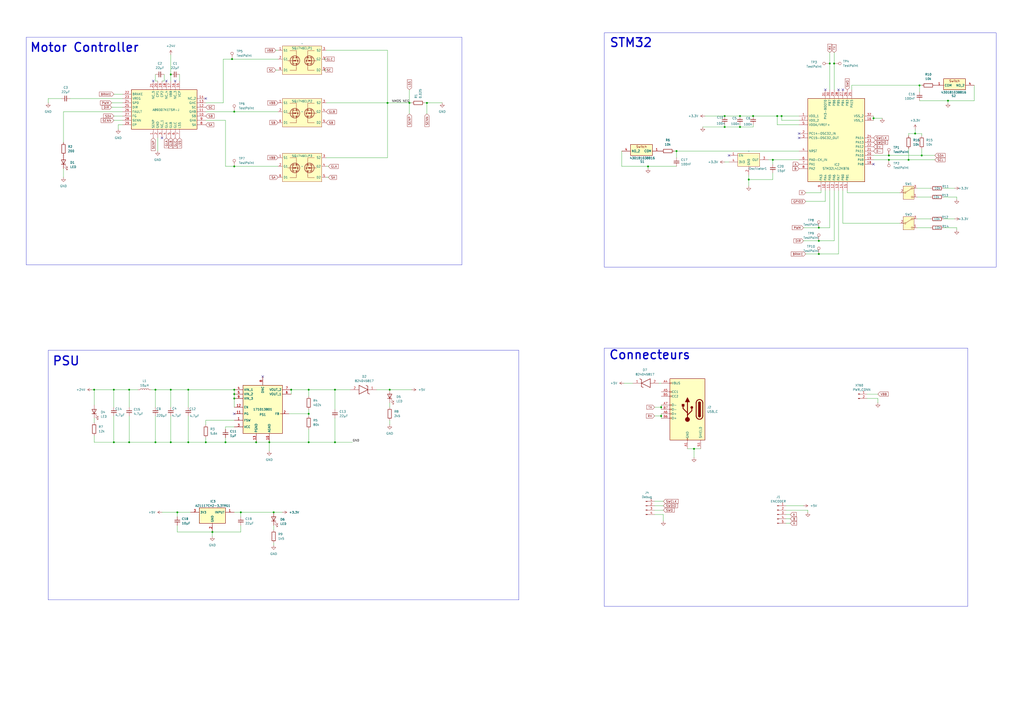
<source format=kicad_sch>
(kicad_sch (version 20231120) (generator "eeschema") (generator_version "8.0")
  (paper "A2")
  (junction (at 119.38 256.54))
  (junction (at 226.06 226.06))
  (junction (at 135.89 226.06))
  (junction (at 179.07 256.54))
  (junction (at 383.54 241.3))
  (junction (at 534.67 90.17))
  (junction (at 148.59 256.54))
  (junction (at 66.04 256.54))
  (junction (at 481.33 36.83))
  (junction (at 506.73 68.58))
  (junction (at 156.21 256.54))
  (junction (at 99.06 43.18))
  (junction (at 134.62 34.29))
  (junction (at 135.89 228.6))
  (junction (at 483.87 36.83))
  (junction (at 168.91 226.06))
  (junction (at 74.93 256.54))
  (junction (at 130.81 256.54))
  (junction (at 434.34 104.14))
  (junction (at 194.31 256.54))
  (junction (at 429.26 67.31))
  (junction (at 102.87 297.18))
  (junction (at 533.4 49.53))
  (junction (at 450.85 67.31))
  (junction (at 402.59 260.35))
  (junction (at 549.91 58.42))
  (junction (at 515.62 90.17))
  (junction (at 515.62 92.71))
  (junction (at 527.05 92.71))
  (junction (at 237.49 59.69))
  (junction (at 179.07 240.03))
  (junction (at 109.22 256.54))
  (junction (at 474.98 147.32))
  (junction (at 247.65 59.69))
  (junction (at 453.39 67.31))
  (junction (at 436.88 67.31))
  (junction (at 54.61 226.06))
  (junction (at 392.43 87.63))
  (junction (at 448.31 92.71))
  (junction (at 135.89 231.14))
  (junction (at 99.06 256.54))
  (junction (at 530.86 77.47))
  (junction (at 474.98 132.08))
  (junction (at 74.93 226.06))
  (junction (at 90.17 256.54))
  (junction (at 179.07 226.06))
  (junction (at 135.89 96.52))
  (junction (at 420.37 73.66))
  (junction (at 383.54 236.22))
  (junction (at 90.17 226.06))
  (junction (at 135.89 64.77))
  (junction (at 139.7 297.18))
  (junction (at 109.22 226.06))
  (junction (at 474.98 139.7))
  (junction (at 158.75 297.18))
  (junction (at 420.37 67.31))
  (junction (at 224.79 59.69))
  (junction (at 375.92 96.52))
  (junction (at 194.31 226.06))
  (junction (at 123.19 308.61))
  (junction (at 99.06 226.06))
  (junction (at 429.26 73.66))
  (junction (at 66.04 226.06))
  (no_connect (at 486.41 52.07))
  (no_connect (at 101.6 46.99))
  (no_connect (at 488.95 52.07))
  (no_connect (at 463.55 80.01))
  (no_connect (at 152.4 218.44))
  (no_connect (at 88.9 46.99))
  (no_connect (at 135.89 240.03))
  (no_connect (at 93.98 80.01))
  (no_connect (at 506.73 95.25))
  (no_connect (at 463.55 77.47))
  (no_connect (at 96.52 46.99))
  (no_connect (at 478.79 52.07))
  (no_connect (at 119.38 57.15))
  (no_connect (at 422.91 90.17))
  (wire (pts (xy 66.04 69.85) (xy 71.12 69.85)))
  (wire (pts (xy 534.67 90.17) (xy 515.62 90.17)))
  (wire (pts (xy 102.87 308.61) (xy 123.19 308.61)))
  (wire (pts (xy 494.03 49.53) (xy 533.4 49.53)))
  (wire (pts (xy 74.93 256.54) (xy 90.17 256.54)))
  (wire (pts (xy 66.04 241.3) (xy 66.04 256.54)))
  (wire (pts (xy 481.33 30.48) (xy 481.33 36.83)))
  (wire (pts (xy 119.38 254) (xy 119.38 256.54)))
  (wire (pts (xy 453.39 69.85) (xy 463.55 69.85)))
  (wire (pts (xy 448.31 95.25) (xy 448.31 92.71)))
  (wire (pts (xy 375.92 96.52) (xy 392.43 96.52)))
  (wire (pts (xy 367.03 222.25) (xy 361.95 222.25)))
  (wire (pts (xy 383.54 241.3) (xy 383.54 242.57)))
  (wire (pts (xy 515.62 92.71) (xy 506.73 92.71)))
  (wire (pts (xy 119.38 243.84) (xy 119.38 246.38)))
  (wire (pts (xy 54.61 226.06) (xy 54.61 234.95)))
  (wire (pts (xy 237.49 59.69) (xy 238.76 59.69)))
  (wire (pts (xy 53.34 226.06) (xy 54.61 226.06)))
  (wire (pts (xy 483.87 139.7) (xy 483.87 110.49)))
  (wire (pts (xy 527.05 77.47) (xy 527.05 78.74)))
  (wire (pts (xy 218.44 226.06) (xy 226.06 226.06)))
  (wire (pts (xy 95.25 46.99) (xy 93.98 46.99)))
  (wire (pts (xy 99.06 241.3) (xy 99.06 256.54)))
  (wire (pts (xy 129.54 34.29) (xy 129.54 59.69)))
  (wire (pts (xy 402.59 260.35) (xy 406.4 260.35)))
  (wire (pts (xy 502.92 228.6) (xy 509.27 228.6)))
  (wire (pts (xy 450.85 67.31) (xy 450.85 72.39)))
  (wire (pts (xy 420.37 67.31) (xy 408.94 67.31)))
  (wire (pts (xy 455.93 293.37) (xy 466.09 293.37)))
  (wire (pts (xy 99.06 31.75) (xy 99.06 43.18)))
  (wire (pts (xy 491.49 111.76) (xy 521.97 111.76)))
  (wire (pts (xy 534.67 86.36) (xy 534.67 90.17)))
  (wire (pts (xy 224.79 29.21) (xy 189.23 29.21)))
  (wire (pts (xy 35.56 57.15) (xy 27.94 57.15)))
  (wire (pts (xy 392.43 87.63) (xy 463.55 87.63)))
  (wire (pts (xy 68.58 72.39) (xy 71.12 72.39)))
  (wire (pts (xy 139.7 308.61) (xy 139.7 304.8)))
  (wire (pts (xy 247.65 66.04) (xy 247.65 59.69)))
  (wire (pts (xy 189.23 59.69) (xy 224.79 59.69)))
  (wire (pts (xy 36.83 64.77) (xy 71.12 64.77)))
  (wire (pts (xy 488.95 129.54) (xy 521.97 129.54)))
  (wire (pts (xy 429.26 73.66) (xy 420.37 73.66)))
  (wire (pts (xy 189.23 96.52) (xy 190.5 96.52)))
  (wire (pts (xy 506.73 68.58) (xy 506.73 67.31)))
  (wire (pts (xy 224.79 29.21) (xy 224.79 59.69)))
  (wire (pts (xy 509.27 231.14) (xy 509.27 233.68)))
  (wire (pts (xy 66.04 54.61) (xy 71.12 54.61)))
  (wire (pts (xy 530.86 77.47) (xy 534.67 77.47)))
  (wire (pts (xy 494.03 52.07) (xy 494.03 49.53)))
  (wire (pts (xy 547.37 127) (xy 553.72 127)))
  (wire (pts (xy 532.13 132.08) (xy 539.75 132.08)))
  (wire (pts (xy 527.05 92.71) (xy 515.62 92.71)))
  (wire (pts (xy 90.17 43.18) (xy 90.17 46.99)))
  (wire (pts (xy 502.92 231.14) (xy 509.27 231.14)))
  (wire (pts (xy 64.77 59.69) (xy 71.12 59.69)))
  (wire (pts (xy 179.07 240.03) (xy 179.07 241.3)))
  (wire (pts (xy 448.31 92.71) (xy 463.55 92.71)))
  (wire (pts (xy 135.89 96.52) (xy 161.29 96.52)))
  (wire (pts (xy 429.26 73.66) (xy 436.88 73.66)))
  (wire (pts (xy 379.73 241.3) (xy 383.54 241.3)))
  (wire (pts (xy 139.7 297.18) (xy 135.89 297.18)))
  (wire (pts (xy 392.43 87.63) (xy 392.43 91.44)))
  (wire (pts (xy 247.65 59.69) (xy 256.54 59.69)))
  (wire (pts (xy 436.88 67.31) (xy 450.85 67.31)))
  (wire (pts (xy 547.37 132.08) (xy 554.99 132.08)))
  (wire (pts (xy 434.34 104.14) (xy 434.34 107.95)))
  (wire (pts (xy 468.63 295.91) (xy 455.93 295.91)))
  (wire (pts (xy 542.29 90.17) (xy 534.67 90.17)))
  (wire (pts (xy 527.05 86.36) (xy 527.05 92.71)))
  (wire (pts (xy 135.89 243.84) (xy 119.38 243.84)))
  (wire (pts (xy 467.36 147.32) (xy 474.98 147.32)))
  (wire (pts (xy 527.05 77.47) (xy 530.86 77.47)))
  (wire (pts (xy 360.68 87.63) (xy 360.68 96.52)))
  (wire (pts (xy 40.64 57.15) (xy 71.12 57.15)))
  (wire (pts (xy 74.93 241.3) (xy 74.93 256.54)))
  (wire (pts (xy 66.04 67.31) (xy 71.12 67.31)))
  (wire (pts (xy 135.89 228.6) (xy 135.89 231.14)))
  (wire (pts (xy 90.17 256.54) (xy 99.06 256.54)))
  (wire (pts (xy 104.14 43.18) (xy 104.14 46.99)))
  (wire (pts (xy 491.49 110.49) (xy 491.49 111.76)))
  (wire (pts (xy 226.06 243.84) (xy 226.06 246.38)))
  (wire (pts (xy 66.04 256.54) (xy 74.93 256.54)))
  (wire (pts (xy 161.29 40.64) (xy 160.02 40.64)))
  (wire (pts (xy 95.25 43.18) (xy 95.25 46.99)))
  (wire (pts (xy 450.85 67.31) (xy 453.39 67.31)))
  (wire (pts (xy 179.07 237.49) (xy 179.07 240.03)))
  (wire (pts (xy 99.06 256.54) (xy 109.22 256.54)))
  (wire (pts (xy 455.93 300.99) (xy 458.47 300.99)))
  (wire (pts (xy 237.49 59.69) (xy 237.49 52.07)))
  (wire (pts (xy 481.33 36.83) (xy 481.33 52.07)))
  (wire (pts (xy 179.07 226.06) (xy 194.31 226.06)))
  (wire (pts (xy 450.85 72.39) (xy 463.55 72.39)))
  (wire (pts (xy 532.13 114.3) (xy 539.75 114.3)))
  (wire (pts (xy 156.21 256.54) (xy 156.21 261.62)))
  (wire (pts (xy 119.38 64.77) (xy 135.89 64.77)))
  (wire (pts (xy 134.62 34.29) (xy 161.29 34.29)))
  (wire (pts (xy 99.06 226.06) (xy 109.22 226.06)))
  (wire (pts (xy 434.34 104.14) (xy 448.31 104.14)))
  (wire (pts (xy 445.77 92.71) (xy 448.31 92.71)))
  (wire (pts (xy 483.87 36.83) (xy 483.87 52.07)))
  (wire (pts (xy 64.77 62.23) (xy 71.12 62.23)))
  (wire (pts (xy 511.81 68.58) (xy 506.73 68.58)))
  (wire (pts (xy 398.78 260.35) (xy 402.59 260.35)))
  (wire (pts (xy 90.17 46.99) (xy 91.44 46.99)))
  (wire (pts (xy 130.81 256.54) (xy 148.59 256.54)))
  (wire (pts (xy 109.22 226.06) (xy 135.89 226.06)))
  (wire (pts (xy 474.98 139.7) (xy 483.87 139.7)))
  (wire (pts (xy 379.73 293.37) (xy 384.81 293.37)))
  (wire (pts (xy 382.27 222.25) (xy 383.54 222.25)))
  (wire (pts (xy 194.31 256.54) (xy 204.47 256.54)))
  (wire (pts (xy 224.79 59.69) (xy 224.79 91.44)))
  (wire (pts (xy 194.31 226.06) (xy 203.2 226.06)))
  (wire (pts (xy 109.22 236.22) (xy 109.22 226.06)))
  (wire (pts (xy 476.25 111.76) (xy 476.25 110.49)))
  (wire (pts (xy 534.67 77.47) (xy 534.67 78.74)))
  (wire (pts (xy 383.54 234.95) (xy 383.54 236.22)))
  (wire (pts (xy 36.83 97.79) (xy 36.83 102.87)))
  (wire (pts (xy 488.95 110.49) (xy 488.95 129.54)))
  (wire (pts (xy 123.19 311.15) (xy 123.19 308.61)))
  (wire (pts (xy 532.13 127) (xy 539.75 127)))
  (wire (pts (xy 102.87 299.72) (xy 102.87 297.18)))
  (wire (pts (xy 384.81 298.45) (xy 379.73 298.45)))
  (wire (pts (xy 436.88 67.31) (xy 429.26 67.31)))
  (wire (pts (xy 481.33 132.08) (xy 481.33 110.49)))
  (wire (pts (xy 466.09 132.08) (xy 474.98 132.08)))
  (wire (pts (xy 375.92 96.52) (xy 360.68 96.52)))
  (wire (pts (xy 148.59 256.54) (xy 156.21 256.54)))
  (wire (pts (xy 453.39 67.31) (xy 463.55 67.31)))
  (wire (pts (xy 189.23 102.87) (xy 190.5 102.87)))
  (wire (pts (xy 135.89 226.06) (xy 135.89 228.6)))
  (wire (pts (xy 189.23 40.64) (xy 187.96 40.64)))
  (wire (pts (xy 66.04 226.06) (xy 74.93 226.06)))
  (wire (pts (xy 54.61 256.54) (xy 66.04 256.54)))
  (wire (pts (xy 453.39 67.31) (xy 453.39 69.85)))
  (wire (pts (xy 179.07 256.54) (xy 194.31 256.54)))
  (wire (pts (xy 90.17 226.06) (xy 99.06 226.06)))
  (wire (pts (xy 99.06 43.18) (xy 99.06 46.99)))
  (wire (pts (xy 102.87 304.8) (xy 102.87 308.61)))
  (wire (pts (xy 478.79 116.84) (xy 478.79 110.49)))
  (wire (pts (xy 161.29 29.21) (xy 160.02 29.21)))
  (wire (pts (xy 436.88 73.66) (xy 436.88 72.39)))
  (wire (pts (xy 54.61 226.06) (xy 66.04 226.06)))
  (wire (pts (xy 163.83 297.18) (xy 158.75 297.18)))
  (wire (pts (xy 135.89 64.77) (xy 161.29 64.77)))
  (wire (pts (xy 119.38 69.85) (xy 130.81 69.85)))
  (wire (pts (xy 109.22 241.3) (xy 109.22 256.54)))
  (wire (pts (xy 93.98 297.18) (xy 102.87 297.18)))
  (wire (pts (xy 533.4 49.53) (xy 533.4 53.34)))
  (wire (pts (xy 474.98 147.32) (xy 486.41 147.32)))
  (wire (pts (xy 506.73 68.58) (xy 506.73 69.85)))
  (wire (pts (xy 226.06 226.06) (xy 238.76 226.06)))
  (wire (pts (xy 474.98 132.08) (xy 481.33 132.08)))
  (wire (pts (xy 455.93 298.45) (xy 458.47 298.45)))
  (wire (pts (xy 237.49 66.04) (xy 237.49 59.69)))
  (wire (pts (xy 158.75 314.96) (xy 158.75 316.23)))
  (wire (pts (xy 109.22 256.54) (xy 119.38 256.54)))
  (wire (pts (xy 420.37 73.66) (xy 420.37 72.39)))
  (wire (pts (xy 549.91 59.69) (xy 549.91 58.42)))
  (wire (pts (xy 74.93 226.06) (xy 80.01 226.06)))
  (wire (pts (xy 189.23 91.44) (xy 224.79 91.44)))
  (wire (pts (xy 135.89 231.14) (xy 135.89 236.22)))
  (wire (pts (xy 189.23 34.29) (xy 187.96 34.29)))
  (wire (pts (xy 87.63 226.06) (xy 90.17 226.06)))
  (wire (pts (xy 27.94 57.15) (xy 27.94 59.69)))
  (wire (pts (xy 554.99 133.35) (xy 554.99 132.08)))
  (wire (pts (xy 123.19 308.61) (xy 139.7 308.61)))
  (wire (pts (xy 448.31 104.14) (xy 448.31 100.33)))
  (wire (pts (xy 375.92 97.79) (xy 375.92 96.52)))
  (wire (pts (xy 379.73 295.91) (xy 384.81 295.91)))
  (wire (pts (xy 129.54 34.29) (xy 134.62 34.29)))
  (wire (pts (xy 429.26 73.66) (xy 429.26 72.39)))
  (wire (pts (xy 130.81 69.85) (xy 130.81 96.52)))
  (wire (pts (xy 467.36 111.76) (xy 476.25 111.76)))
  (wire (pts (xy 54.61 252.73) (xy 54.61 256.54)))
  (wire (pts (xy 130.81 96.52) (xy 135.89 96.52)))
  (wire (pts (xy 486.41 147.32) (xy 486.41 110.49)))
  (wire (pts (xy 383.54 240.03) (xy 383.54 241.3)))
  (wire (pts (xy 467.36 116.84) (xy 478.79 116.84)))
  (wire (pts (xy 468.63 297.18) (xy 468.63 295.91)))
  (wire (pts (xy 549.91 58.42) (xy 565.15 58.42)))
  (wire (pts (xy 534.67 49.53) (xy 533.4 49.53)))
  (wire (pts (xy 226.06 233.68) (xy 226.06 236.22)))
  (wire (pts (xy 194.31 226.06) (xy 194.31 237.49)))
  (wire (pts (xy 74.93 226.06) (xy 74.93 236.22)))
  (wire (pts (xy 90.17 226.06) (xy 90.17 236.22)))
  (wire (pts (xy 194.31 242.57) (xy 194.31 256.54)))
  (wire (pts (xy 246.38 59.69) (xy 247.65 59.69)))
  (wire (pts (xy 68.58 72.39) (xy 68.58 74.93)))
  (wire (pts (xy 224.79 59.69) (xy 237.49 59.69)))
  (wire (pts (xy 129.54 59.69) (xy 119.38 59.69)))
  (wire (pts (xy 379.73 290.83) (xy 384.81 290.83)))
  (wire (pts (xy 547.37 114.3) (xy 554.99 114.3)))
  (wire (pts (xy 91.44 87.63) (xy 91.44 80.01)))
  (wire (pts (xy 547.37 109.22) (xy 553.72 109.22)))
  (wire (pts (xy 429.26 67.31) (xy 420.37 67.31)))
  (wire (pts (xy 139.7 299.72) (xy 139.7 297.18)))
  (wire (pts (xy 384.81 302.26) (xy 384.81 298.45)))
  (wire (pts (xy 434.34 101.6) (xy 434.34 104.14)))
  (wire (pts (xy 99.06 226.06) (xy 99.06 236.22)))
  (wire (pts (xy 402.59 260.35) (xy 402.59 265.43)))
  (wire (pts (xy 383.54 236.22) (xy 383.54 237.49)))
  (wire (pts (xy 391.16 87.63) (xy 392.43 87.63)))
  (wire (pts (xy 158.75 304.8) (xy 158.75 307.34)))
  (wire (pts (xy 530.86 74.93) (xy 530.86 77.47)))
  (wire (pts (xy 167.64 240.03) (xy 179.07 240.03)))
  (wire (pts (xy 527.05 92.71) (xy 542.29 92.71)))
  (wire (pts (xy 565.15 49.53) (xy 565.15 58.42)))
  (wire (pts (xy 90.17 241.3) (xy 90.17 256.54)))
  (wire (pts (xy 515.62 90.17) (xy 506.73 90.17)))
  (wire (pts (xy 158.75 297.18) (xy 139.7 297.18)))
  (wire (pts (xy 168.91 226.06) (xy 168.91 228.6)))
  (wire (pts (xy 379.73 236.22) (xy 383.54 236.22)))
  (wire (pts (xy 102.87 297.18) (xy 110.49 297.18)))
  (wire (pts (xy 554.99 115.57) (xy 554.99 114.3)))
  (wire (pts (xy 407.67 73.66) (xy 420.37 73.66)))
  (wire (pts (xy 179.07 248.92) (xy 179.07 256.54)))
  (wire (pts (xy 54.61 242.57) (xy 54.61 245.11)))
  (wire (pts (xy 66.04 236.22) (xy 66.04 226.06)))
  (wire (pts (xy 156.21 255.27) (xy 156.21 256.54)))
  (wire (pts (xy 130.81 254) (xy 130.81 256.54)))
  (wire (pts (xy 119.38 256.54) (xy 130.81 256.54)))
  (wire (pts (xy 455.93 303.53) (xy 458.47 303.53)))
  (wire (pts (xy 179.07 226.06) (xy 179.07 229.87)))
  (wire (pts (xy 549.91 58.42) (xy 533.4 58.42)))
  (wire (pts (xy 420.37 93.98) (xy 422.91 93.98)))
  (wire (pts (xy 532.13 109.22) (xy 539.75 109.22)))
  (wire (pts (xy 483.87 30.48) (xy 483.87 36.83)))
  (wire (pts (xy 36.83 64.77) (xy 36.83 82.55)))
  (wire (pts (xy 156.21 256.54) (xy 179.07 256.54)))
  (wire (pts (xy 466.09 139.7) (xy 474.98 139.7)))
  (wire (pts (xy 130.81 247.65) (xy 130.81 248.92)))
  (wire (pts (xy 168.91 226.06) (xy 179.07 226.06)))
  (wire (pts (xy 135.89 247.65) (xy 130.81 247.65)))
  (rectangle (start 350.52 19.05) (end 577.85 154.94))
  (rectangle (start 27.94 203.2) (end 300.99 347.98))
  (rectangle (start 15.24 21.59) (end 267.97 153.67))
  (rectangle (start 350.52 201.93) (end 561.34 351.79))
  (text "STM32" (at 366.014 24.892 0) (effects (font (size 5.08 5.08) (thickness 0.762) (bold yes))))
  (text "PSU\n" (at 38.354 209.55 0) (effects (font (size 5.08 5.08) (thickness 0.762) (bold yes))))
  (text "Connecteurs" (at 376.936 205.994 0) (effects (font (size 5.08 5.08) (thickness 0.762) (bold yes))))
  (text "Motor Controller" (at 49.022 27.686 0) (effects (font (size 5.08 5.08) (thickness 0.762) (bold yes))))
  (label "GND" (at 204.47 256.54 0))
  (label "NMOS NEG" (at 237.49 59.69 180))
  (global_label "GLB" (shape input) (at 189.23 64.77 0) (property "Intersheetrefs" "${INTERSHEET_REFS}" (effects (hide yes))))
  (global_label "VBB" (shape input) (at 509.27 228.6 0) (property "Intersheetrefs" "${INTERSHEET_REFS}" (effects (hide yes))))
  (global_label "SA" (shape input) (at 190.5 102.87 0) (property "Intersheetrefs" "${INTERSHEET_REFS}" (effects (hide yes))))
  (global_label "B" (shape input) (at 463.55 97.79 180) (property "Intersheetrefs" "${INTERSHEET_REFS}" (effects (hide yes))))
  (global_label "D+" (shape input) (at 506.73 85.09 0) (property "Intersheetrefs" "${INTERSHEET_REFS}" (effects (hide yes))))
  (global_label "SDA" (shape input) (at 66.04 67.31 180) (property "Intersheetrefs" "${INTERSHEET_REFS}" (effects (hide yes))))
  (global_label "VBB" (shape input) (at 160.02 29.21 180) (property "Intersheetrefs" "${INTERSHEET_REFS}" (effects (hide yes))))
  (global_label "SWCLK" (shape input) (at 506.73 80.01 0) (property "Intersheetrefs" "${INTERSHEET_REFS}" (effects (hide yes))))
  (global_label "GLA" (shape input) (at 190.5 96.52 0) (property "Intersheetrefs" "${INTERSHEET_REFS}" (effects (hide yes))))
  (global_label "SENN" (shape input) (at 247.65 66.04 270) (property "Intersheetrefs" "${INTERSHEET_REFS}" (effects (hide yes))))
  (global_label "X" (shape input) (at 458.47 303.53 0) (property "Intersheetrefs" "${INTERSHEET_REFS}" (effects (hide yes))))
  (global_label "SB" (shape input) (at 161.29 71.12 180) (property "Intersheetrefs" "${INTERSHEET_REFS}" (effects (hide yes))))
  (global_label "SB" (shape input) (at 189.23 71.12 0) (property "Intersheetrefs" "${INTERSHEET_REFS}" (effects (hide yes))))
  (global_label "GLC" (shape input) (at 187.96 34.29 0) (property "Intersheetrefs" "${INTERSHEET_REFS}" (effects (hide yes))))
  (global_label "SENN" (shape input) (at 66.04 69.85 180) (property "Intersheetrefs" "${INTERSHEET_REFS}" (effects (hide yes))))
  (global_label "SCL" (shape input) (at 542.29 92.71 0) (property "Intersheetrefs" "${INTERSHEET_REFS}" (effects (hide yes))))
  (global_label "BRAKE" (shape input) (at 66.04 54.61 180) (property "Intersheetrefs" "${INTERSHEET_REFS}" (effects (hide yes))))
  (global_label "GLA" (shape input) (at 96.52 80.01 270) (property "Intersheetrefs" "${INTERSHEET_REFS}" (effects (hide yes))))
  (global_label "X" (shape input) (at 467.36 111.76 180) (property "Intersheetrefs" "${INTERSHEET_REFS}" (effects (hide yes))))
  (global_label "SWCLK" (shape input) (at 384.81 290.83 0) (property "Intersheetrefs" "${INTERSHEET_REFS}" (effects (hide yes))))
  (global_label "LSS" (shape input) (at 237.49 52.07 90) (property "Intersheetrefs" "${INTERSHEET_REFS}" (effects (hide yes))))
  (global_label "DIR" (shape input) (at 64.77 62.23 180) (property "Intersheetrefs" "${INTERSHEET_REFS}" (effects (hide yes))))
  (global_label "SENP" (shape input) (at 88.9 80.01 270) (property "Intersheetrefs" "${INTERSHEET_REFS}" (effects (hide yes))))
  (global_label "SB" (shape input) (at 119.38 67.31 0) (property "Intersheetrefs" "${INTERSHEET_REFS}" (effects (hide yes))))
  (global_label "A" (shape input) (at 463.55 95.25 180) (property "Intersheetrefs" "${INTERSHEET_REFS}" (effects (hide yes))))
  (global_label "SA" (shape input) (at 119.38 72.39 0) (property "Intersheetrefs" "${INTERSHEET_REFS}" (effects (hide yes))))
  (global_label "RX" (shape input) (at 379.73 241.3 180) (property "Intersheetrefs" "${INTERSHEET_REFS}" (effects (hide yes))))
  (global_label "SWDIO" (shape input) (at 384.81 293.37 0) (property "Intersheetrefs" "${INTERSHEET_REFS}" (effects (hide yes))))
  (global_label "TX" (shape input) (at 483.87 30.48 90) (property "Intersheetrefs" "${INTERSHEET_REFS}" (effects (hide yes))))
  (global_label "VBB" (shape input) (at 161.29 91.44 180) (property "Intersheetrefs" "${INTERSHEET_REFS}" (effects (hide yes))))
  (global_label "SC" (shape input) (at 187.96 40.64 0) (property "Intersheetrefs" "${INTERSHEET_REFS}" (effects (hide yes))))
  (global_label "SA" (shape input) (at 161.29 102.87 180) (property "Intersheetrefs" "${INTERSHEET_REFS}" (effects (hide yes))))
  (global_label "BRAKE" (shape input) (at 467.36 147.32 180) (property "Intersheetrefs" "${INTERSHEET_REFS}" (effects (hide yes))))
  (global_label "GLC" (shape input) (at 101.6 80.01 270) (property "Intersheetrefs" "${INTERSHEET_REFS}" (effects (hide yes))))
  (global_label "VBB" (shape input) (at 161.29 59.69 180) (property "Intersheetrefs" "${INTERSHEET_REFS}" (effects (hide yes))))
  (global_label "PWM" (shape input) (at 466.09 132.08 180) (property "Intersheetrefs" "${INTERSHEET_REFS}" (effects (hide yes))))
  (global_label "GLB" (shape input) (at 99.06 80.01 270) (property "Intersheetrefs" "${INTERSHEET_REFS}" (effects (hide yes))))
  (global_label "PWM" (shape input) (at 64.77 59.69 180) (property "Intersheetrefs" "${INTERSHEET_REFS}" (effects (hide yes))))
  (global_label "GPIO3" (shape input) (at 467.36 116.84 180) (property "Intersheetrefs" "${INTERSHEET_REFS}" (effects (hide yes))))
  (global_label "D-" (shape input) (at 506.73 87.63 0) (property "Intersheetrefs" "${INTERSHEET_REFS}" (effects (hide yes))))
  (global_label "SC" (shape input) (at 119.38 62.23 0) (property "Intersheetrefs" "${INTERSHEET_REFS}" (effects (hide yes))))
  (global_label "RX" (shape input) (at 481.33 30.48 90) (property "Intersheetrefs" "${INTERSHEET_REFS}" (effects (hide yes))))
  (global_label "B" (shape input) (at 458.47 300.99 0) (property "Intersheetrefs" "${INTERSHEET_REFS}" (effects (hide yes))))
  (global_label "SC" (shape input) (at 160.02 40.64 180) (property "Intersheetrefs" "${INTERSHEET_REFS}" (effects (hide yes))))
  (global_label "SWDIO" (shape input) (at 506.73 82.55 0) (property "Intersheetrefs" "${INTERSHEET_REFS}" (effects (hide yes))))
  (global_label "DIR" (shape input) (at 466.09 139.7 180) (property "Intersheetrefs" "${INTERSHEET_REFS}" (effects (hide yes))))
  (global_label "SWO" (shape input) (at 384.81 295.91 0) (property "Intersheetrefs" "${INTERSHEET_REFS}" (effects (hide yes))))
  (global_label "LSS" (shape input) (at 104.14 80.01 270) (property "Intersheetrefs" "${INTERSHEET_REFS}" (effects (hide yes))))
  (global_label "TX" (shape input) (at 379.73 236.22 180) (property "Intersheetrefs" "${INTERSHEET_REFS}" (effects (hide yes))))
  (global_label "SDA" (shape input) (at 542.29 90.17 0) (property "Intersheetrefs" "${INTERSHEET_REFS}" (effects (hide yes))))
  (global_label "SENP" (shape input) (at 237.49 66.04 270) (property "Intersheetrefs" "${INTERSHEET_REFS}" (effects (hide yes))))
  (global_label "A" (shape input) (at 458.47 298.45 0) (property "Intersheetrefs" "${INTERSHEET_REFS}" (effects (hide yes))))
  (global_label "SWO" (shape input) (at 491.49 52.07 90) (property "Intersheetrefs" "${INTERSHEET_REFS}" (effects (hide yes))))
  (symbol (lib_id "power:+5V") (at 93.98 297.18 90) (unit 1)
    (property "Reference" "#PWR020" (effects (hide yes)))
    (property "Value" "+5V" (at 90.17 297.1799 90) (effects (justify left)))
    (property "Description" "Power symbol creates a global label with name \"+5V\"" (effects (hide yes)))
  )
  (symbol (lib_id "Connector:USB_C_Receptacle_USB2.0_14P") (at 398.78 237.49 0) (mirror y) (unit 1)
    (property "Reference" "J2" (at 410.21 236.2199 0) (effects (justify right)))
    (property "Value" "USB_C" (at 410.21 238.7599 0) (effects (justify right)))
    (property "Footprint" "Connector_USB:USB_C_Receptacle_GCT_USB4105-xx-A_16P_TopMnt_Horizontal" (effects (hide yes)))
    (property "Datasheet" "https://www.usb.org/sites/default/files/documents/usb_type-c.zip" (effects (hide yes)))
    (property "Description" "USB 2.0-only 14P Type-C Receptacle connector" (effects (hide yes)))
  )
  (symbol (lib_id "power:GND") (at 375.92 97.79 0) (unit 1)
    (property "Reference" "#PWR025" (effects (hide yes)))
    (property "Value" "GND" (effects (hide yes)))
    (property "Description" "Power symbol creates a global label with name \"GND\" , ground" (effects (hide yes)))
  )
  (symbol (lib_id "Device:C_Small") (at 448.31 97.79 0) (unit 1)
    (property "Reference" "C20" (at 450.85 96.5262 0) (effects (justify left)))
    (property "Value" "15pF" (at 450.85 99.0662 0) (effects (justify left)))
    (property "Footprint" "Capacitor_SMD:C_0603_1608Metric" (effects (hide yes)))
    (property "Description" "Unpolarized capacitor, small symbol" (effects (hide yes)))
  )
  (symbol (lib_id "Connector:Conn_01x02_Pin") (at 497.84 228.6 0) (unit 1)
    (property "Reference" "XT60" (at 498.475 223.52 0))
    (property "Value" "PWR_CONN" (at 499.872 226.06 0))
    (property "Description" "Generic connector, single row, 01x02, script generated" (effects (hide yes)))
  )
  (symbol (lib_id "Device:C_Small") (at 99.06 238.76 0) (unit 1)
    (property "Reference" "C4" (at 99.822 236.982 0) (effects (justify left)))
    (property "Value" "4.7µF" (at 99.568 241.046 0) (effects (justify left)))
    (property "Footprint" "Capacitor_SMD:C_0603_1608Metric" (effects (hide yes)))
    (property "Description" "Unpolarized capacitor, small symbol" (effects (hide yes)))
  )
  (symbol (lib_id "power:GND") (at 91.44 87.63 0) (unit 1)
    (property "Reference" "#PWR02" (effects (hide yes)))
    (property "Value" "GND" (at 91.44 92.71 0))
    (property "Description" "Power symbol creates a global label with name \"GND\" , ground" (effects (hide yes)))
  )
  (symbol (lib_id "SamacSys_Parts:430181038816") (at 383.54 90.17 180) (unit 1)
    (property "Reference" "S1" (at 372.618 93.726 0))
    (property "Value" "430181038816" (at 372.618 91.694 0))
    (property "Footprint" "SamacSys_Parts:430181038816" (effects (hide yes)))
    (property "Datasheet" "https://www.we-online.com/katalog/datasheet/430181038816.pdf" (effects (hide yes)))
    (property "Description" "Tactile Switches" (effects (hide yes)))
    (property "Manufacturer_Name" "Wurth Elektronik" (effects (hide yes)))
    (property "Manufacturer_Part_Number" "430181038816" (effects (hide yes)))
    (property "Mouser Part Number" "710-430181038816" (effects (hide yes)))
    (property "Mouser Price/Stock" "https://www.mouser.co.uk/ProductDetail/Wurth-Elektronik/430181038816?qs=wr8lucFkNMWIANaPOquJXg%3D%3D" (effects (hide yes)))
  )
  (symbol (lib_id "Device:LED") (at 158.75 300.99 90) (unit 1)
    (property "Reference" "D6" (at 162.56 301.3074 90) (effects (justify right)))
    (property "Value" "LED" (at 162.56 303.8474 90) (effects (justify right)))
    (property "Footprint" "Capacitor_SMD:C_0603_1608Metric" (effects (hide yes)))
    (property "Description" "Light emitting diode" (effects (hide yes)))
  )
  (symbol (lib_id "Connector:TestPoint") (at 481.33 36.83 90) (unit 1)
    (property "Reference" "TP3" (at 472.186 36.068 90))
    (property "Value" "TestPoint" (at 472.186 38.608 90))
    (property "Description" "test point" (effects (hide yes)))
  )
  (symbol (lib_id "power:+3.3V") (at 408.94 67.31 90) (mirror x) (unit 1)
    (property "Reference" "#PWR011" (effects (hide yes)))
    (property "Value" "+3.3V" (at 405.13 67.3099 90) (effects (justify left)))
    (property "Description" "Power symbol creates a global label with name \"+3.3V\"" (effects (hide yes)))
  )
  (symbol (lib_id "Connector:TestPoint") (at 134.62 34.29 0) (unit 1)
    (property "Reference" "TP5" (at 137.16 29.7179 0) (effects (justify left)))
    (property "Value" "TestPoint" (at 137.16 32.2579 0) (effects (justify left)))
    (property "Description" "test point" (effects (hide yes)))
  )
  (symbol (lib_id "Switch:SW_Nidec_CAS-120A1") (at 527.05 129.54 0) (unit 1)
    (property "Reference" "SW2" (at 527.05 124.46 0))
    (property "Value" "SW_Nidec_CAS-120A1" (effects (hide yes)))
    (property "Footprint" "Button_Switch_SMD:Nidec_Copal_CAS-120A" (effects (hide yes)))
    (property "Datasheet" "https://www.nidec-components.com/e/catalog/switch/cas.pdf" (effects (hide yes)))
    (property "Description" "Switch, single pole double throw" (effects (hide yes)))
  )
  (symbol (lib_id "power:GND") (at 36.83 102.87 0) (unit 1)
    (property "Reference" "#PWR04" (effects (hide yes)))
    (property "Value" "GND" (at 36.83 107.95 0))
    (property "Description" "Power symbol creates a global label with name \"GND\" , ground" (effects (hide yes)))
  )
  (symbol (lib_id "power:GND") (at 226.06 246.38 0) (unit 1)
    (property "Reference" "#PWR026" (effects (hide yes)))
    (property "Value" "GND" (at 226.06 251.46 0))
    (property "Description" "Power symbol creates a global label with name \"GND\" , ground" (effects (hide yes)))
  )
  (symbol (lib_id "power:+5V") (at 466.09 293.37 270) (unit 1)
    (property "Reference" "#PWR010" (effects (hide yes)))
    (property "Value" "+5V" (at 469.9 293.3699 90) (effects (justify left)))
    (property "Description" "Power symbol creates a global label with name \"+5V\"" (effects (hide yes)))
  )
  (symbol (lib_id "Device:R") (at 179.07 245.11 0) (unit 1)
    (property "Reference" "R5" (at 181.61 243.8399 0) (effects (justify left)))
    (property "Value" "80k" (at 181.61 246.3799 0) (effects (justify left)))
    (property "Description" "Resistor" (effects (hide yes)))
  )
  (symbol (lib_id "Device:C_Small") (at 74.93 238.76 0) (unit 1)
    (property "Reference" "C15" (at 77.47 237.4962 0) (effects (justify left)))
    (property "Value" "4.7µF" (at 77.47 240.0362 0) (effects (justify left)))
    (property "Footprint" "Capacitor_SMD:C_0603_1608Metric" (effects (hide yes)))
    (property "Description" "Unpolarized capacitor, small symbol" (effects (hide yes)))
  )
  (symbol (lib_id "Device:LED") (at 36.83 93.98 90) (unit 1)
    (property "Reference" "D1" (at 40.64 94.2974 90) (effects (justify right)))
    (property "Value" "LED" (at 40.64 96.8374 90) (effects (justify right)))
    (property "Footprint" "Capacitor_SMD:C_0603_1608Metric" (effects (hide yes)))
    (property "Description" "Light emitting diode" (effects (hide yes)))
  )
  (symbol (lib_id "Device:LED") (at 226.06 229.87 90) (unit 1)
    (property "Reference" "D5" (at 229.87 230.1874 90) (effects (justify right)))
    (property "Value" "LED" (at 229.87 232.7274 90) (effects (justify right)))
    (property "Footprint" "Capacitor_SMD:C_0603_1608Metric" (effects (hide yes)))
    (property "Description" "Light emitting diode" (effects (hide yes)))
  )
  (symbol (lib_id "power:GND") (at 407.67 73.66 0) (mirror y) (unit 1)
    (property "Reference" "#PWR012" (effects (hide yes)))
    (property "Value" "GND" (effects (hide yes)))
    (property "Description" "Power symbol creates a global label with name \"GND\" , ground" (effects (hide yes)))
  )
  (symbol (lib_id "SamacSys_Parts:824045817") (at 367.03 222.25 0) (unit 1)
    (property "Reference" "D7" (at 374.142 214.63 0))
    (property "Value" "824045817" (at 374.142 217.17 0))
    (property "Footprint" "SamacSys_Parts:824045817" (effects (hide yes)))
    (property "Datasheet" "https://www.we-online.com/components/products/datasheet/824045817.pdf" (effects (hide yes)))
    (property "Description" "10V (Typ) Clamp 60A (8/20s) Ipp Tvs Diode Surface Mount DFN1610-2L" (effects (hide yes)))
    (property "Height" "0.55" (effects (hide yes)))
    (property "Manufacturer_Name" "Wurth Elektronik" (effects (hide yes)))
    (property "Manufacturer_Part_Number" "824045817" (effects (hide yes)))
    (property "Mouser Part Number" "710-824045817" (effects (hide yes)))
    (property "Mouser Price/Stock" "https://www.mouser.co.uk/ProductDetail/Wurth-Elektronik/824045817?qs=Li%252BoUPsLEnu5dbvScXrHpw%3D%3D" (effects (hide yes)))
  )
  (symbol (lib_id "Custom:SQJ746ELP") (at 175.26 97.79 180) (unit 1)
    (property "Reference" "SQJ746ELP3" (at 175.26 90.424 0))
    (property "Value" "~" (at 175.26 96.52 0))
  )
  (symbol (lib_id "power:GND") (at 68.58 74.93 0) (unit 1)
    (property "Reference" "#PWR05" (effects (hide yes)))
    (property "Value" "GND" (at 68.58 80.01 0))
    (property "Description" "Power symbol creates a global label with name \"GND\" , ground" (effects (hide yes)))
  )
  (symbol (lib_id "Device:C_Small") (at 130.81 251.46 0) (unit 1)
    (property "Reference" "C11" (at 133.35 250.1962 0) (effects (justify left)))
    (property "Value" "1µF" (at 133.35 252.7362 0) (effects (justify left)))
    (property "Footprint" "Capacitor_SMD:C_0603_1608Metric" (effects (hide yes)))
    (property "Description" "Unpolarized capacitor, small symbol" (effects (hide yes)))
  )
  (symbol (lib_id "power:+24V") (at 53.34 226.06 90) (unit 1)
    (property "Reference" "#PWR08" (effects (hide yes)))
    (property "Value" "+24V" (at 49.53 226.0599 90) (effects (justify left)))
    (property "Description" "Power symbol creates a global label with name \"+24V\"" (effects (hide yes)))
  )
  (symbol (lib_id "Connector:TestPoint") (at 135.89 96.52 0) (unit 1)
    (property "Reference" "TP7" (at 138.43 91.9479 0) (effects (justify left)))
    (property "Value" "TestPoint" (at 138.43 94.4879 0) (effects (justify left)))
    (property "Description" "test point" (effects (hide yes)))
  )
  (symbol (lib_id "power:GND") (at 158.75 316.23 0) (unit 1)
    (property "Reference" "#PWR021" (effects (hide yes)))
    (property "Value" "GND" (at 158.75 321.31 0))
    (property "Description" "Power symbol creates a global label with name \"GND\" , ground" (effects (hide yes)))
  )
  (symbol (lib_id "SamacSys_Parts:824045817") (at 218.44 226.06 180) (unit 1)
    (property "Reference" "D2" (at 211.328 218.44 0))
    (property "Value" "824045817" (at 211.328 220.98 0))
    (property "Footprint" "SamacSys_Parts:824045817" (effects (hide yes)))
    (property "Datasheet" "https://www.we-online.com/components/products/datasheet/824045817.pdf" (effects (hide yes)))
    (property "Description" "10V (Typ) Clamp 60A (8/20s) Ipp Tvs Diode Surface Mount DFN1610-2L" (effects (hide yes)))
    (property "Height" "0.55" (effects (hide yes)))
    (property "Manufacturer_Name" "Wurth Elektronik" (effects (hide yes)))
    (property "Manufacturer_Part_Number" "824045817" (effects (hide yes)))
    (property "Mouser Part Number" "710-824045817" (effects (hide yes)))
    (property "Mouser Price/Stock" "https://www.mouser.co.uk/ProductDetail/Wurth-Elektronik/824045817?qs=Li%252BoUPsLEnu5dbvScXrHpw%3D%3D" (effects (hide yes)))
  )
  (symbol (lib_id "Device:R") (at 36.83 86.36 180) (unit 1)
    (property "Reference" "R2" (at 39.37 85.0899 0) (effects (justify right)))
    (property "Value" "200" (at 39.37 87.6299 0) (effects (justify right)))
    (property "Description" "Resistor" (effects (hide yes)))
  )
  (symbol (lib_id "power:GND") (at 509.27 233.68 0) (unit 1)
    (property "Reference" "#PWR015" (effects (hide yes)))
    (property "Value" "GND" (effects (hide yes)))
    (property "Description" "Power symbol creates a global label with name \"GND\" , ground" (effects (hide yes)))
  )
  (symbol (lib_id "power:+3.3V") (at 163.83 297.18 270) (unit 1)
    (property "Reference" "#PWR018" (effects (hide yes)))
    (property "Value" "+3.3V" (at 167.64 297.1799 90) (effects (justify left)))
    (property "Description" "Power symbol creates a global label with name \"+3.3V\"" (effects (hide yes)))
  )
  (symbol (lib_id "Device:C_Small") (at 194.31 240.03 0) (unit 1)
    (property "Reference" "C13" (at 196.85 238.7662 0) (effects (justify left)))
    (property "Value" "22µF" (at 196.85 241.3062 0) (effects (justify left)))
    (property "Footprint" "Capacitor_SMD:C_0603_1608Metric" (effects (hide yes)))
    (property "Description" "Unpolarized capacitor, small symbol" (effects (hide yes)))
  )
  (symbol (lib_id "power:+3.3V") (at 530.86 74.93 0) (mirror y) (unit 1)
    (property "Reference" "#PWR014" (effects (hide yes)))
    (property "Value" "+3.3V" (at 530.86 69.85 0))
    (property "Description" "Power symbol creates a global label with name \"+3.3V\"" (effects (hide yes)))
  )
  (symbol (lib_id "Switch:SW_Nidec_CAS-120A1") (at 527.05 111.76 0) (unit 1)
    (property "Reference" "SW1" (at 527.05 106.68 0))
    (property "Value" "SW_Nidec_CAS-120A1" (effects (hide yes)))
    (property "Footprint" "Button_Switch_SMD:Nidec_Copal_CAS-120A" (effects (hide yes)))
    (property "Datasheet" "https://www.nidec-components.com/e/catalog/switch/cas.pdf" (effects (hide yes)))
    (property "Description" "Switch, single pole double throw" (effects (hide yes)))
  )
  (symbol (lib_id "Device:C_Small") (at 533.4 55.88 0) (mirror y) (unit 1)
    (property "Reference" "C16" (at 530.86 54.6162 0) (effects (justify left)))
    (property "Value" "100nF" (at 530.86 57.1562 0) (effects (justify left)))
    (property "Footprint" "Capacitor_SMD:C_0603_1608Metric" (effects (hide yes)))
    (property "Description" "Unpolarized capacitor, small symbol" (effects (hide yes)))
  )
  (symbol (lib_id "power:GND") (at 434.34 107.95 0) (unit 1)
    (property "Reference" "#PWR034" (effects (hide yes)))
    (property "Value" "GND" (effects (hide yes)))
    (property "Description" "Power symbol creates a global label with name \"GND\" , ground" (effects (hide yes)))
  )
  (symbol (lib_id "Device:R") (at 538.48 49.53 270) (mirror x) (unit 1)
    (property "Reference" "R10" (at 538.48 43.18 90))
    (property "Value" "10k" (at 538.48 45.72 90))
    (property "Description" "Resistor" (effects (hide yes)))
  )
  (symbol (lib_id "power:+3.3V") (at 553.72 109.22 270) (mirror x) (unit 1)
    (property "Reference" "#PWR029" (effects (hide yes)))
    (property "Value" "+3.3V" (at 558.8 109.22 90))
    (property "Description" "Power symbol creates a global label with name \"+3.3V\"" (effects (hide yes)))
  )
  (symbol (lib_id "power:GND") (at 256.54 59.69 0) (unit 1)
    (property "Reference" "#PWR01" (effects (hide yes)))
    (property "Value" "GND" (at 256.54 64.77 0))
    (property "Description" "Power symbol creates a global label with name \"GND\" , ground" (effects (hide yes)))
  )
  (symbol (lib_id "power:GND") (at 554.99 115.57 0) (mirror y) (unit 1)
    (property "Reference" "#PWR030" (effects (hide yes)))
    (property "Value" "GND" (effects (hide yes)))
    (property "Description" "Power symbol creates a global label with name \"GND\" , ground" (effects (hide yes)))
  )
  (symbol (lib_id "power:GND") (at 549.91 59.69 0) (mirror y) (unit 1)
    (property "Reference" "#PWR027" (effects (hide yes)))
    (property "Value" "GND" (effects (hide yes)))
    (property "Description" "Power symbol creates a global label with name \"GND\" , ground" (effects (hide yes)))
  )
  (symbol (lib_id "Device:C_Small") (at 38.1 57.15 90) (unit 1)
    (property "Reference" "C3" (at 38.1063 50.8 90))
    (property "Value" "22µF" (at 38.1063 53.34 90))
    (property "Footprint" "Capacitor_SMD:C_0603_1608Metric" (effects (hide yes)))
    (property "Description" "Unpolarized capacitor, small symbol" (effects (hide yes)))
  )
  (symbol (lib_id "Connector:TestPoint") (at 474.98 132.08 0) (unit 1)
    (property "Reference" "TP8" (at 470.408 127.762 0))
    (property "Value" "TestPoint" (at 470.408 130.302 0))
    (property "Description" "test point" (effects (hide yes)))
  )
  (symbol (lib_id "Device:C_Small") (at 66.04 238.76 0) (unit 1)
    (property "Reference" "C14" (at 66.802 237.236 0) (effects (justify left)))
    (property "Value" "4.7µF" (at 66.802 240.792 0) (effects (justify left)))
    (property "Footprint" "Capacitor_SMD:C_0603_1608Metric" (effects (hide yes)))
    (property "Description" "Unpolarized capacitor, small symbol" (effects (hide yes)))
  )
  (symbol (lib_id "Device:R") (at 158.75 311.15 0) (unit 1)
    (property "Reference" "R9" (at 161.29 309.8799 0) (effects (justify left)))
    (property "Value" "1k5" (at 161.29 312.4199 0) (effects (justify left)))
    (property "Description" "Resistor" (effects (hide yes)))
  )
  (symbol (lib_id "SamacSys_Parts:STM32L412KBT6") (at 463.55 74.93 0) (unit 1)
    (property "Reference" "IC2" (at 485.394 95.504 0))
    (property "Value" "STM32L412KBT6" (at 484.886 97.79 0))
    (property "Footprint" "SamacSys_Parts:QFP80P900X900X160-32N" (effects (hide yes)))
    (property "Datasheet" "http://www.mouser.com/datasheet/2/389/stm32l412c8-1505426.pdf" (effects (hide yes)))
    (property "Description" "ARM Microcontrollers - MCU Ultra-low-power Arm Cortex -M4 32-bit MCU+FPU, 100DMIPS up to 128KB Flash, 40KB SRAM, analog, ext. SMPS" (effects (hide yes)))
    (property "Height" "1.6" (effects (hide yes)))
    (property "Manufacturer_Name" "STMicroelectronics" (effects (hide yes)))
    (property "Manufacturer_Part_Number" "STM32L412KBT6" (effects (hide yes)))
    (property "Mouser Part Number" "511-STM32L412KBT6" (effects (hide yes)))
    (property "Mouser Price/Stock" "https://www.mouser.co.uk/ProductDetail/STMicroelectronics/STM32L412KBT6?qs=%252BEew9%252B0nqrD6o08jV%2F00TA%3D%3D" (effects (hide yes)))
    (property "Arrow Part Number" "STM32L412KBT6" (effects (hide yes)))
    (property "Arrow Price/Stock" "https://www.arrow.com/en/products/stm32l412kbt6/stmicroelectronics?region=nac" (effects (hide yes)))
  )
  (symbol (lib_id "Device:R") (at 54.61 248.92 0) (unit 1)
    (property "Reference" "R7" (at 57.15 247.6499 0) (effects (justify left)))
    (property "Value" "12k" (at 57.15 250.1899 0) (effects (justify left)))
    (property "Description" "Resistor" (effects (hide yes)))
  )
  (symbol (lib_id "Connector:TestPoint") (at 515.62 90.17 0) (unit 1)
    (property "Reference" "TP1" (at 518.16 85.5979 0) (effects (justify left)))
    (property "Value" "TestPoint" (at 518.16 88.1379 0) (effects (justify left)))
    (property "Description" "test point" (effects (hide yes)))
  )
  (symbol (lib_id "power:+24V") (at 99.06 31.75 0) (unit 1)
    (property "Reference" "#PWR028" (effects (hide yes)))
    (property "Value" "+24V" (at 99.06 26.67 0))
    (property "Description" "Power symbol creates a global label with name \"+24V\"" (effects (hide yes)))
  )
  (symbol (lib_id "Device:C_Small") (at 429.26 69.85 0) (mirror y) (unit 1)
    (property "Reference" "C5" (at 424.688 68.58 0) (effects (justify right)))
    (property "Value" "100n" (at 423.926 71.882 0) (effects (justify right)))
    (property "Footprint" "Capacitor_SMD:C_0603_1608Metric" (effects (hide yes)))
    (property "Description" "Unpolarized capacitor, small symbol" (effects (hide yes)))
  )
  (symbol (lib_id "power:GND") (at 402.59 265.43 0) (unit 1)
    (property "Reference" "#PWR017" (effects (hide yes)))
    (property "Value" "GND" (effects (hide yes)))
    (property "Description" "Power symbol creates a global label with name \"GND\" , ground" (effects (hide yes)))
  )
  (symbol (lib_id "Device:C_Small") (at 392.43 93.98 0) (unit 1)
    (property "Reference" "C17" (at 394.97 92.7162 0) (effects (justify left)))
    (property "Value" "100nF" (at 394.97 95.2562 0) (effects (justify left)))
    (property "Footprint" "Capacitor_SMD:C_0603_1608Metric" (effects (hide yes)))
    (property "Description" "Unpolarized capacitor, small symbol" (effects (hide yes)))
  )
  (symbol (lib_id "SamacSys_Parts:171013801") (at 135.89 226.06 0) (unit 1)
    (property "Reference" "PS1" (at 152.4 240.538 0))
    (property "Value" "171013801" (at 152.4 237.49 0))
    (property "Footprint" "SamacSys_Parts:171013801" (effects (hide yes)))
    (property "Datasheet" "https://www.we-online.com/components/products/datasheet/171013801.pdf" (effects (hide yes)))
    (property "Description" "Non-Isolated PoL Module DC DC Converter 1 Output 0.85 ~ 13V 1A 3.5V - 38V Input" (effects (hide yes)))
    (property "Height" "3.1" (effects (hide yes)))
    (property "Manufacturer_Name" "Wurth Elektronik" (effects (hide yes)))
    (property "Manufacturer_Part_Number" "171013801" (effects (hide yes)))
    (property "Mouser Part Number" "710-171013801" (effects (hide yes)))
    (property "Mouser Price/Stock" "https://www.mouser.co.uk/ProductDetail/Wurth-Elektronik/171013801?qs=ulEaXIWI0c%252B%2F6AidbOyEqA%3D%3D" (effects (hide yes)))
  )
  (symbol (lib_id "Device:R") (at 543.56 132.08 270) (unit 1)
    (property "Reference" "R14" (at 550.418 131.318 90) (effects (justify right)))
    (property "Value" "10k" (at 545.846 132.08 90) (effects (justify right)))
    (property "Description" "Resistor" (effects (hide yes)))
  )
  (symbol (lib_id "power:+5V") (at 361.95 222.25 90) (unit 1)
    (property "Reference" "#PWR016" (effects (hide yes)))
    (property "Value" "+5V" (at 358.14 222.2499 90) (effects (justify left)))
    (property "Description" "Power symbol creates a global label with name \"+5V\"" (effects (hide yes)))
  )
  (symbol (lib_name "SQJ746ELP_2") (lib_id "Custom:SQJ746ELP") (at 175.26 66.04 180) (unit 1)
    (property "Reference" "SQJ746ELP2" (at 175.26 58.674 0))
    (property "Value" "~" (at 175.26 64.77 0))
  )
  (symbol (lib_id "Device:R") (at 242.57 59.69 270) (unit 1)
    (property "Reference" "R1" (at 241.2999 57.15 0) (effects (justify right)))
    (property "Value" "0.025" (at 243.8399 57.15 0) (effects (justify right)))
    (property "Description" "Resistor" (effects (hide yes)))
  )
  (symbol (lib_id "Device:C_Small") (at 101.6 43.18 270) (unit 1)
    (property "Reference" "C1" (at 101.5936 36.83 90))
    (property "Value" "22µF" (at 101.5936 39.37 90))
    (property "Footprint" "Capacitor_SMD:C_0603_1608Metric" (effects (hide yes)))
    (property "Description" "Unpolarized capacitor, small symbol" (effects (hide yes)))
  )
  (symbol (lib_id "Device:LED") (at 54.61 238.76 90) (unit 1)
    (property "Reference" "D4" (at 58.42 239.0774 90) (effects (justify right)))
    (property "Value" "LED" (at 58.42 241.6174 90) (effects (justify right)))
    (property "Footprint" "Capacitor_SMD:C_0603_1608Metric" (effects (hide yes)))
    (property "Description" "Light emitting diode" (effects (hide yes)))
  )
  (symbol (lib_id "Connector:TestPoint") (at 474.98 139.7 0) (unit 1)
    (property "Reference" "TP9" (at 470.408 135.382 0))
    (property "Value" "TestPoint" (at 470.408 137.922 0))
    (property "Description" "test point" (effects (hide yes)))
  )
  (symbol (lib_id "Device:R") (at 543.56 114.3 270) (unit 1)
    (property "Reference" "R13" (at 550.164 113.284 90) (effects (justify right)))
    (property "Value" "10k" (at 545.084 114.3 90) (effects (justify right)))
    (property "Description" "Resistor" (effects (hide yes)))
  )
  (symbol (lib_id "Connector:Conn_01x05_Pin") (at 450.85 298.45 0) (unit 1)
    (property "Reference" "J1" (at 451.485 288.29 0))
    (property "Value" "ENCODER" (at 451.485 290.83 0))
    (property "Footprint" "Connector_JST:JST_SH_SM05B-SRSS-TB_1x05-1MP_P1.00mm_Horizontal" (effects (hide yes)))
    (property "Description" "Generic connector, single row, 01x05, script generated" (effects (hide yes)))
  )
  (symbol (lib_id "power:GND") (at 554.99 133.35 0) (mirror y) (unit 1)
    (property "Reference" "#PWR032" (effects (hide yes)))
    (property "Value" "GND" (effects (hide yes)))
    (property "Description" "Power symbol creates a global label with name \"GND\" , ground" (effects (hide yes)))
  )
  (symbol (lib_id "Device:R") (at 543.56 109.22 270) (unit 1)
    (property "Reference" "R11" (at 550.418 108.204 90) (effects (justify right)))
    (property "Value" "10k" (at 545.592 109.22 90) (effects (justify right)))
    (property "Description" "Resistor" (effects (hide yes)))
  )
  (symbol (lib_id "SamacSys_Parts:430181038816") (at 542.29 52.07 0) (mirror x) (unit 1)
    (property "Reference" "S2" (at 553.212 55.626 0))
    (property "Value" "430181038816" (at 553.212 53.594 0))
    (property "Footprint" "SamacSys_Parts:430181038816" (effects (hide yes)))
    (property "Datasheet" "https://www.we-online.com/katalog/datasheet/430181038816.pdf" (effects (hide yes)))
    (property "Description" "Tactile Switches" (effects (hide yes)))
    (property "Manufacturer_Name" "Wurth Elektronik" (effects (hide yes)))
    (property "Manufacturer_Part_Number" "430181038816" (effects (hide yes)))
    (property "Mouser Part Number" "710-430181038816" (effects (hide yes)))
    (property "Mouser Price/Stock" "https://www.mouser.co.uk/ProductDetail/Wurth-Elektronik/430181038816?qs=wr8lucFkNMWIANaPOquJXg%3D%3D" (effects (hide yes)))
  )
  (symbol (lib_id "Connector:TestPoint") (at 515.62 92.71 180) (unit 1)
    (property "Reference" "TP2" (at 518.16 94.7419 0) (effects (justify right)))
    (property "Value" "TestPoint" (at 518.16 97.2819 0) (effects (justify right)))
    (property "Description" "test point" (effects (hide yes)))
  )
  (symbol (lib_id "Custom:SQJ746ELP") (at 175.26 35.56 180) (unit 1)
    (property "Reference" "SQJ746ELP1" (at 175.26 27.94 0))
    (property "Value" "~" (at 175.26 25.4 0))
  )
  (symbol (lib_id "Device:R") (at 119.38 250.19 0) (unit 1)
    (property "Reference" "R3" (at 121.92 248.9199 0) (effects (justify left)))
    (property "Value" "5.6k" (at 121.92 251.4599 0) (effects (justify left)))
    (property "Description" "Resistor" (effects (hide yes)))
  )
  (symbol (lib_id "power:GND") (at 156.21 261.62 0) (unit 1)
    (property "Reference" "#PWR06" (effects (hide yes)))
    (property "Value" "GND" (at 156.21 266.7 0))
    (property "Description" "Power symbol creates a global label with name \"GND\" , ground" (effects (hide yes)))
  )
  (symbol (lib_id "Connector:TestPoint") (at 135.89 64.77 0) (unit 1)
    (property "Reference" "TP6" (at 138.43 60.1979 0) (effects (justify left)))
    (property "Value" "TestPoint" (at 138.43 62.7379 0) (effects (justify left)))
    (property "Description" "test point" (effects (hide yes)))
  )
  (symbol (lib_id "Device:R") (at 543.56 127 270) (unit 1)
    (property "Reference" "R12" (at 550.164 125.984 90) (effects (justify right)))
    (property "Value" "10k" (at 545.338 127 90) (effects (justify right)))
    (property "Description" "Resistor" (effects (hide yes)))
  )
  (symbol (lib_id "Device:C_Small") (at 90.17 238.76 0) (unit 1)
    (property "Reference" "C9" (at 90.678 237.236 0) (effects (justify left)))
    (property "Value" "220µF" (at 90.678 241.046 0) (effects (justify left)))
    (property "Footprint" "Capacitor_SMD:C_0603_1608Metric" (effects (hide yes)))
    (property "Description" "Unpolarized capacitor, small symbol" (effects (hide yes)))
  )
  (symbol (lib_id "Device:C_Small") (at 102.87 302.26 0) (unit 1)
    (property "Reference" "C18" (at 105.41 300.9962 0) (effects (justify left)))
    (property "Value" "10µF" (at 105.41 303.5362 0) (effects (justify left)))
    (property "Footprint" "Capacitor_SMD:C_0603_1608Metric" (effects (hide yes)))
    (property "Description" "Unpolarized capacitor, small symbol" (effects (hide yes)))
  )
  (symbol (lib_id "Device:C_Small") (at 139.7 302.26 0) (unit 1)
    (property "Reference" "C19" (at 142.24 300.9962 0) (effects (justify left)))
    (property "Value" "22µF" (at 142.24 303.5362 0) (effects (justify left)))
    (property "Footprint" "Capacitor_SMD:C_0603_1608Metric" (effects (hide yes)))
    (property "Description" "Unpolarized capacitor, small symbol" (effects (hide yes)))
  )
  (symbol (lib_id "Device:C_Small") (at 436.88 69.85 0) (mirror y) (unit 1)
    (property "Reference" "C6" (at 435.356 68.58 0) (effects (justify left)))
    (property "Value" "100n" (at 436.372 72.136 0) (effects (justify left)))
    (property "Footprint" "Capacitor_SMD:C_0603_1608Metric" (effects (hide yes)))
    (property "Description" "Unpolarized capacitor, small symbol" (effects (hide yes)))
  )
  (symbol (lib_id "Device:C_Small") (at 92.71 43.18 90) (unit 1)
    (property "Reference" "C2" (at 92.7163 36.83 90))
    (property "Value" "22µF" (at 92.7163 39.37 90))
    (property "Footprint" "Capacitor_SMD:C_0603_1608Metric" (effects (hide yes)))
    (property "Description" "Unpolarized capacitor, small symbol" (effects (hide yes)))
  )
  (symbol (lib_id "SamacSys_Parts:AZ1117CH2-3.3TRG1") (at 123.19 300.99 0) (mirror y) (unit 1)
    (property "Reference" "IC3" (at 123.444 290.83 0))
    (property "Value" "AZ1117CH2-3.3TRG1" (at 123.444 293.37 0))
    (property "Footprint" "SamacSys_Parts:SOT230P700X180-4N" (effects (hide yes)))
    (property "Datasheet" "https://www.diodes.com//assets/Datasheets/AZ1117C.pdf" (effects (hide yes)))
    (property "Description" "LDO Voltage Regulators LDO BJT HiCurr SOT223 T&R 4K" (effects (hide yes)))
    (property "Height" "1.8" (effects (hide yes)))
    (property "Manufacturer_Name" "Diodes Incorporated" (effects (hide yes)))
    (property "Manufacturer_Part_Number" "AZ1117CH2-3.3TRG1" (effects (hide yes)))
    (property "Mouser Part Number" "621-AZ1117CH2-33TRG1" (effects (hide yes)))
    (property "Mouser Price/Stock" "https://www.mouser.co.uk/ProductDetail/Diodes-Incorporated/AZ1117CH2-3.3TRG1?qs=lQAVKuKFhkLc7jCxso2G3w%3D%3D" (effects (hide yes)))
    (property "Arrow Part Number" "AZ1117CH2-3.3TRG1" (effects (hide yes)))
    (property "Arrow Price/Stock" "https://www.arrow.com/en/products/az1117ch2-3.3trg1/diodes-incorporated?utm_currency=USD&region=nac" (effects (hide yes)))
  )
  (symbol (lib_id "Custom:Oscillator_831018577") (at 434.34 91.44 0) (unit 1)
    (property "Reference" "Oscillator1" (at 439.674 97.79 0))
    (property "Value" "~" (at 434.34 87.63 0))
  )
  (symbol (lib_id "power:GND") (at 384.81 302.26 0) (unit 1)
    (property "Reference" "#PWR024" (effects (hide yes)))
    (property "Value" "GND" (effects (hide yes)))
    (property "Description" "Power symbol creates a global label with name \"GND\" , ground" (effects (hide yes)))
  )
  (symbol (lib_id "power:GND") (at 27.94 59.69 0) (unit 1)
    (property "Reference" "#PWR03" (effects (hide yes)))
    (property "Value" "GND" (at 27.94 64.77 0))
    (property "Description" "Power symbol creates a global label with name \"GND\" , ground" (effects (hide yes)))
  )
  (symbol (lib_id "Device:R") (at 534.67 82.55 180) (unit 1)
    (property "Reference" "R15" (at 537.21 81.2799 0) (effects (justify right)))
    (property "Value" "10k" (at 537.21 83.8199 0) (effects (justify right)))
    (property "Description" "Resistor" (effects (hide yes)))
  )
  (symbol (lib_id "Device:R") (at 179.07 233.68 0) (unit 1)
    (property "Reference" "R4" (at 181.61 232.4099 0) (effects (justify left)))
    (property "Value" "402k" (at 181.61 234.9499 0) (effects (justify left)))
    (property "Description" "Resistor" (effects (hide yes)))
  )
  (symbol (lib_id "power:+3.3V") (at 553.72 127 270) (mirror x) (unit 1)
    (property "Reference" "#PWR031" (effects (hide yes)))
    (property "Value" "+3.3V" (at 558.8 127 90))
    (property "Description" "Power symbol creates a global label with name \"+3.3V\"" (effects (hide yes)))
  )
  (symbol (lib_id "Device:R") (at 387.35 87.63 90) (unit 1)
    (property "Reference" "R6" (at 387.35 81.28 90))
    (property "Value" "10k" (at 387.35 83.82 90))
    (property "Description" "Resistor" (effects (hide yes)))
  )
  (symbol (lib_id "SamacSys_Parts:A89307KETSR-J") (at 88.9 80.01 90) (unit 1)
    (property "Reference" "IC1" (effects (hide yes)))
    (property "Value" "A89307KETSR-J" (at 96.266 63.754 90))
    (property "Footprint" "SamacSys_Parts:A8519KETTRR1" (effects (hide yes)))
    (property "Datasheet" "https://www.allegromicro.com/-/media/files/datasheets/a89307-datasheet.pdf?sc_lang=en&hash=EB82CD90E6DE0B3B42C9B6D752911B40" (effects (hide yes)))
    (property "Description" "Automotive Foc BLDC Motor Controller" (effects (hide yes)))
    (property "Height" "1" (effects (hide yes)))
    (property "Manufacturer_Name" "Allegro Microsystems" (effects (hide yes)))
    (property "Manufacturer_Part_Number" "A89307KETSR-J" (effects (hide yes)))
    (property "Mouser Part Number" "250-A89307KETSR-J" (effects (hide yes)))
    (property "Mouser Price/Stock" "https://www.mouser.co.uk/ProductDetail/Allegro-MicroSystems/A89307KETSR-J?qs=pBJMDPsKWf2CgkNHwvGWcg%3D%3D" (effects (hide yes)))
    (property "Arrow Part Number" "A89307KETSR-J" (effects (hide yes)))
    (property "Arrow Price/Stock" "https://www.arrow.com/en/products/a89307ketsr-j/allegro-microsystems?region=nac" (effects (hide yes)))
  )
  (symbol (lib_id "Device:R") (at 527.05 82.55 180) (unit 1)
    (property "Reference" "R16" (at 529.59 81.2799 0) (effects (justify right)))
    (property "Value" "10k" (at 529.59 83.8199 0) (effects (justify right)))
    (property "Description" "Resistor" (effects (hide yes)))
  )
  (symbol (lib_id "Connector:TestPoint") (at 474.98 147.32 0) (unit 1)
    (property "Reference" "TP10" (at 470.408 143.002 0))
    (property "Value" "TestPoint" (at 470.408 145.542 0))
    (property "Description" "test point" (effects (hide yes)))
  )
  (symbol (lib_id "Connector:TestPoint") (at 483.87 36.83 270) (unit 1)
    (property "Reference" "TP4" (at 488.95 35.5599 90) (effects (justify left)))
    (property "Value" "TestPoint" (at 488.95 38.0999 90) (effects (justify left)))
    (property "Description" "test point" (effects (hide yes)))
  )
  (symbol (lib_id "Device:R") (at 226.06 240.03 0) (unit 1)
    (property "Reference" "R8" (at 228.6 238.7599 0) (effects (justify left)))
    (property "Value" "2k5" (at 228.6 241.2999 0) (effects (justify left)))
    (property "Description" "Resistor" (effects (hide yes)))
  )
  (symbol (lib_id "power:GND") (at 511.81 68.58 0) (unit 1)
    (property "Reference" "#PWR07" (effects (hide yes)))
    (property "Value" "GND" (effects (hide yes)))
    (property "Description" "Power symbol creates a global label with name \"GND\" , ground" (effects (hide yes)))
  )
  (symbol (lib_id "Device:C_Small") (at 420.37 69.85 180) (unit 1)
    (property "Reference" "C10" (at 415.798 68.072 0) (effects (justify right)))
    (property "Value" "100n" (at 415.544 71.628 0) (effects (justify right)))
    (property "Footprint" "Capacitor_SMD:C_0603_1608Metric" (effects (hide yes)))
    (property "Description" "Unpolarized capacitor, small symbol" (effects (hide yes)))
  )
  (symbol (lib_id "power:+5V") (at 238.76 226.06 270) (unit 1)
    (property "Reference" "#PWR09" (effects (hide yes)))
    (property "Value" "+5V" (at 242.57 226.0599 90) (effects (justify left)))
    (property "Description" "Power symbol creates a global label with name \"+5V\"" (effects (hide yes)))
  )
  (symbol (lib_id "power:GND") (at 468.63 297.18 0) (unit 1)
    (property "Reference" "#PWR013" (effects (hide yes)))
    (property "Value" "GND" (effects (hide yes)))
    (property "Description" "Power symbol creates a global label with name \"GND\" , ground" (effects (hide yes)))
  )
  (symbol (lib_id "power:+3.3V") (at 420.37 93.98 90) (unit 1)
    (property "Reference" "#PWR033" (effects (hide yes)))
    (property "Value" "+3.3V" (at 416.56 93.9799 90) (effects (justify left)))
    (property "Description" "Power symbol creates a global label with name \"+3.3V\"" (effects (hide yes)))
  )
  (symbol (lib_id "Device:C_Small") (at 109.22 238.76 0) (unit 1)
    (property "Reference" "C12" (at 109.728 237.236 0) (effects (justify left)))
    (property "Value" "4.7µF" (at 109.982 241.3 0) (effects (justify left)))
    (property "Footprint" "Capacitor_SMD:C_0603_1608Metric" (effects (hide yes)))
    (property "Description" "Unpolarized capacitor, small symbol" (effects (hide yes)))
  )
  (symbol (lib_id "Device:L") (at 83.82 226.06 90) (unit 1)
    (property "Reference" "L1" (at 83.82 220.98 90))
    (property "Value" "10µH" (at 83.82 223.52 90))
    (property "Description" "Inductor" (effects (hide yes)))
  )
  (symbol (lib_id "Connector:Conn_01x04_Pin") (at 374.65 293.37 0) (unit 1)
    (property "Reference" "J4" (at 375.285 285.75 0))
    (property "Value" "Debug" (at 375.285 288.29 0))
    (property "Footprint" "Connector_JST:JST_SH_SM04B-SRSS-TB_1x04-1MP_P1.00mm_Horizontal" (effects (hide yes)))
    (property "Description" "Generic connector, single row, 01x04, script generated" (effects (hide yes)))
  )
  (symbol (lib_id "power:GND") (at 123.19 311.15 0) (unit 1)
    (property "Reference" "#PWR019" (effects (hide yes)))
    (property "Value" "GND" (at 123.19 316.23 0))
    (property "Description" "Power symbol creates a global label with name \"GND\" , ground" (effects (hide yes)))
  )
)
</source>
